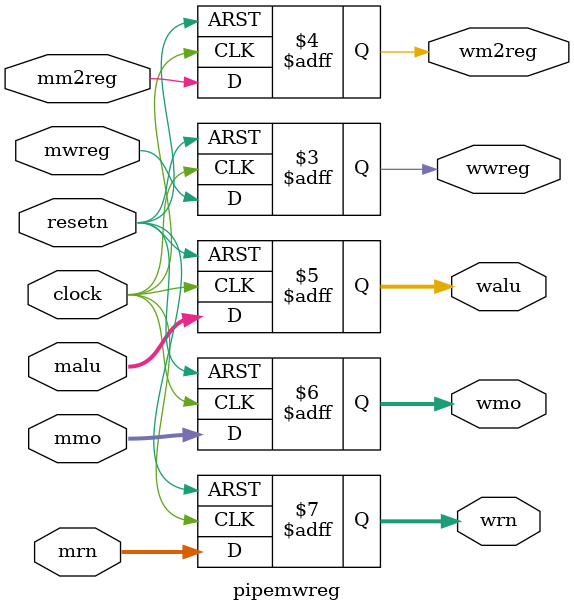
<source format=v>
module pipemwreg( mwreg,mm2reg,mmo,malu,mrn,clock,resetn,
							wwreg,wm2reg,wmo,walu,wrn); // MEM/WB 流水线寄存器
	input mwreg,mm2reg;
	input [31:0] malu,mmo;
	input [4:0] mrn;
	input clock,resetn;
	
	output reg wwreg,wm2reg;
	output reg [31:0] walu,wmo;
	output reg [4:0] wrn;
	
	always @(negedge resetn or posedge clock)
		if(resetn==0)
			begin
				wwreg<=0;
				wm2reg<=0;
				walu<=0;
				wmo<=0;
				wrn<=0;
			end
		else
			begin
				wwreg<=mwreg;
				wm2reg<=mm2reg;
				walu<=malu;
				wmo<=mmo;
				wrn<=mrn;
			end
endmodule
</source>
